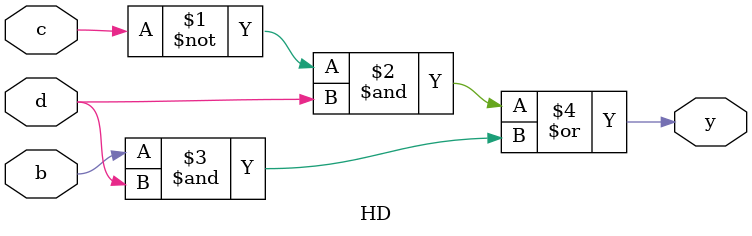
<source format=v>
`timescale 1ns / 1ps
module HD(
    input  b,
    input c,
    input d,
    output y
    );
    assign y=(~c&d)|(b&d);

endmodule

</source>
